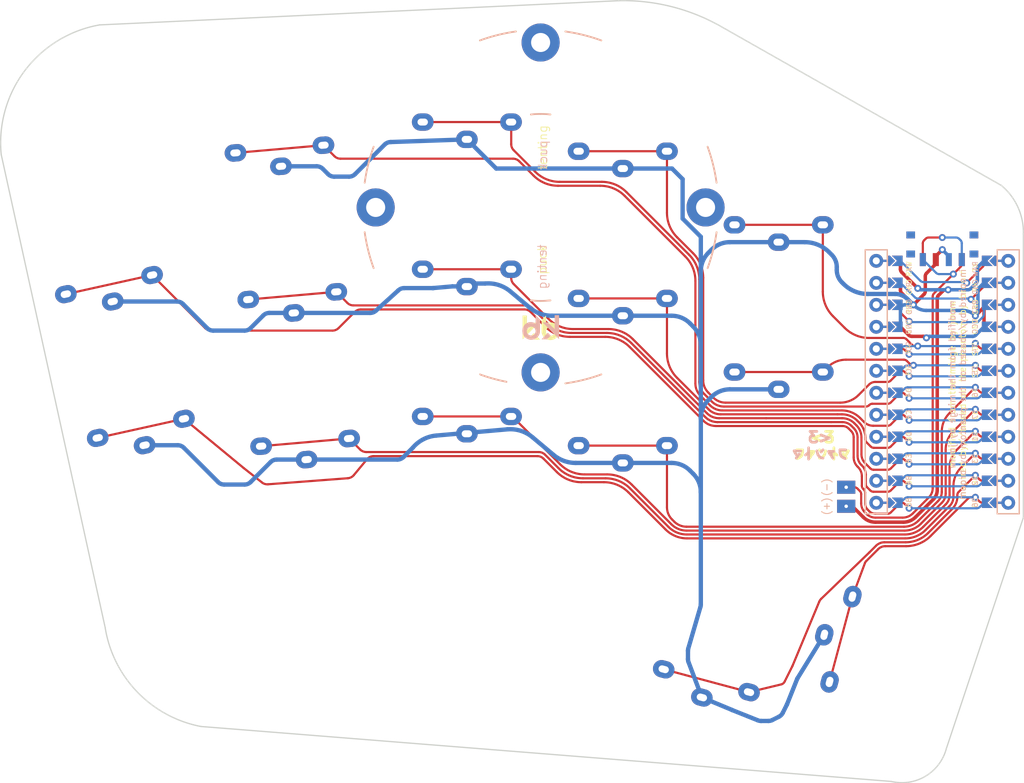
<source format=kicad_pcb>
(kicad_pcb (version 20211014) (generator pcbnew)
  (title_block (title "ファントマ") (date "2022-01-05") (rev "0.1") (company "<3"))
  (layers (0 "F.Cu" signal) (31 "B.Cu" signal) (34 "B.Paste" user) (35 "F.Paste" user) (36 "B.SilkS" user "B.Silkscreen") (37 "F.SilkS" user "F.Silkscreen") (38 "B.Mask" user) (39 "F.Mask" user) (44 "Edge.Cuts" user))
  (net 0 "")
  (net 1 "unconnected-(PSW1-Pad3)")
  (net 2 "switch1")
  (net 3 "switch2")
  (net 4 "switch3")
  (net 5 "switch4")
  (net 6 "switch5")
  (net 7 "switch6")
  (net 8 "switch7")
  (net 9 "switch8")
  (net 10 "switch9")
  (net 11 "switch10")
  (net 12 "switch11")
  (net 13 "switch12")
  (net 14 "switch13")
  (net 15 "switch14")
  (net 16 "switch15")
  (net 17 "unconnected-(U1-Pad22)")
  (net 18 "unconnected-(U1-Pad2)")
  (net 19 "unconnected-(U1-Pad1)")
  (net 20 "GND")
  (net 21 "VCC")
  (net 22 "Net-(BT1-Pad2)")
  (net 23 "raw")
  (net 24 "unconnected-(U1-Pad20)")
  (footprint "bugs:Choc_reversible" (layer "F.Cu") (at 37.060498 63.270605 12.5)
    (fp_text reference "SW1" hide)
    (fp_text value "SW_PUSH" hide)
  )
  (footprint "bugs:Choc_reversible" (layer "F.Cu") (at 57.254777 47.537462 5)
    (fp_text reference "SW2" hide)
    (fp_text value "SW_PUSH" hide)
  )
  (footprint "bugs:Choc_reversible" (layer "F.Cu") (at 79.24 44.405728)
    (fp_text reference "SW3" hide)
    (fp_text value "SW_PUSH" hide)
  )
  (footprint "bugs:Choc_reversible" (layer "F.Cu") (at 97.24901 47.774444)
    (fp_text reference "SW4" hide)
    (fp_text value "SW_PUSH" hide)
  )
  (footprint "bugs:Choc_reversible" (layer "F.Cu") (at 115.249006 56.274447)
    (fp_text reference "SW5" hide)
    (fp_text value "SW_PUSH" hide)
  )
  (footprint "bugs:Choc_reversible" (layer "F.Cu") (at 40.739974 79.867631 12.5)
    (fp_text reference "SW6" hide)
    (fp_text value "SW_PUSH" hide)
  )
  (footprint "bugs:Choc_reversible" (layer "F.Cu") (at 58.736419 64.472778 5)
    (fp_text reference "SW7" hide)
    (fp_text value "SW_PUSH" hide)
  )
  (footprint "bugs:Choc_reversible" (layer "F.Cu") (at 79.24 61.405728)
    (fp_text reference "SW8" hide)
    (fp_text value "SW_PUSH" hide)
  )
  (footprint "bugs:Choc_reversible" (layer "F.Cu") (at 97.24901 64.774441)
    (fp_text reference "SW9" hide)
    (fp_text value "SW_PUSH" hide)
  )
  (footprint "bugs:Choc_reversible" (layer "F.Cu") (at 115.24901 73.274446)
    (fp_text reference "SW10" hide)
    (fp_text value "SW_PUSH" hide)
  )
  (footprint "bugs:Choc_reversible" (layer "F.Cu") (at 60.218067 81.408086 5)
    (fp_text reference "SW11" hide)
    (fp_text value "SW_PUSH" hide)
  )
  (footprint "bugs:Choc_reversible" (layer "F.Cu") (at 79.24 78.405739)
    (fp_text reference "SW12" hide)
    (fp_text value "SW_PUSH" hide)
  )
  (footprint "bugs:Choc_reversible" (layer "F.Cu") (at 97.24901 81.774443)
    (fp_text reference "SW13" hide)
    (fp_text value "SW_PUSH" hide)
  )
  (footprint "bugs:Choc_reversible" (layer "F.Cu") (at 107.907278 109.05673 -15)
    (fp_text reference "SW14" hide)
    (fp_text value "SW_PUSH" hide)
  )
  (footprint "bugs:Choc_reversible" (layer "F.Cu") (at 126.213408 109.047668 -105)
    (fp_text reference "SW15" hide)
    (fp_text value "SW_PUSH" hide)
  )
  (footprint "bugs:Battery_pads_reversible" (layer "F.Cu") (at 123.046965 91.579741 90)
    (fp_text reference "BT1" hide)
    (fp_text value "Battery_Cell" hide)
  )
  (footprint "bugs:ProMicro_jumpers" (layer "F.Cu") (at 134.139009 78.304446)
    (fp_text reference "U1" hide)
    (fp_text value "ProMicro")
  )
  (footprint "bugs:Power_reversible" (layer "F.Cu") (at 134.147486 62.441256 180)
    (fp_text reference "PSW1" hide)
    (fp_text value "SW_SPDT")
  )
  (footprint "kbd:Tenting_Puck2" (layer "B.Cu") (at 87.757 58.166 180)
    (fp_text reference "REF**")
    (fp_text value "Tenting Puck")
  )
  (gr_line (start 143.51 61.214) (end 143.51 93.98) (layer "Edge.Cuts") (width 0.15))
  (gr_arc (start 48.514 118.11) (mid 41.185937 114.138444) (end 37.465 106.68) (layer "Edge.Cuts") (width 0.15))
  (gr_arc (start 25.4635 52.07) (mid 28.20379 42.34484) (end 36.83 37.084) (layer "Edge.Cuts") (width 0.15))
  (gr_arc (start 140.97 55.626) (mid 142.878079 58.129964) (end 143.51 61.214) (layer "Edge.Cuts") (width 0.15))
  (gr_line (start 96.774 34.29) (end 36.83 37.084) (layer "Edge.Cuts") (width 0.15))
  (gr_line (start 128.27 124.46) (end 48.514 118.11) (layer "Edge.Cuts") (width 0.15))
  (gr_line (start 143.51 93.98) (end 134.62 120.65) (layer "Edge.Cuts") (width 0.15))
  (gr_line (start 140.97 55.626) (end 108.712 37.338) (layer "Edge.Cuts") (width 0.15))
  (gr_arc (start 96.774 34.29) (mid 102.952435 34.993713) (end 108.712 37.338) (layer "Edge.Cuts") (width 0.15))
  (gr_line (start 37.465 106.68) (end 25.4635 52.07) (layer "Edge.Cuts") (width 0.15))
  (gr_arc (start 134.62 120.65) (mid 132.219115 123.845192) (end 128.27 124.46) (layer "Edge.Cuts") (width 0.15))
  (gr_text "<3\nファントマ" (at 120.015 85.725) (layer "B.SilkS") (effects (font (size 1.25 1.25) (thickness 0.3125)) (justify mirror)))
  (gr_text "modified from the midge by jmnw\ninspired by//based on the phantom by broom" (at 135.89 78.613 90) (layer "B.SilkS") (effects (font (size 0.75 0.75) (thickness 0.1)) (justify mirror)))
  (gr_text "  <3\nファントマ" (at 116.84 85.725) (layer "F.SilkS") (effects (font (size 1.25 1.25) (thickness 0.3125)) (justify left)))
  (gr_text "modified from the midge by jmnw\ninspired by//based on the phantom by broom" (at 135.89 78.613 90) (layer "F.SilkS") (effects (font (size 0.75 0.75) (thickness 0.1))))
  (segment (start 131.897489 62.318221) (end 131.897489 64.191257) (width 0.25) (layer "F.Cu") (net 1))
  (segment (start 132.220901 61.787703) (end 132.043936 61.964667) (width 0.25) (layer "F.Cu") (net 1))
  (segment (start 134.147489 61.641258) (end 132.574454 61.641257) (width 0.25) (layer "F.Cu") (net 1))
  (via (at 134.147489 61.641258) (size 0.8) (drill 0.4) (layers "F.Cu" "B.Cu") (net 1))
  (arc (start 131.897489 62.318221) (mid 131.935549 62.126879) (end 132.043936 61.964667) (width 0.25) (layer "F.Cu") (net 1))
  (arc (start 132.574454 61.641257) (mid 132.383113 61.679317) (end 132.220901 61.787703) (width 0.25) (layer "F.Cu") (net 1))
  (segment (start 136.397488 62.30539) (end 136.397491 64.191258) (width 0.25) (layer "B.Cu") (net 1))
  (segment (start 136.086912 61.787707) (end 136.251043 61.95184) (width 0.25) (layer "B.Cu") (net 1))
  (segment (start 134.147489 61.641258) (end 135.733356 61.641258) (width 0.25) (layer "B.Cu") (net 1))
  (arc (start 136.397488 62.30539) (mid 136.359428 62.11405) (end 136.251043 61.95184) (width 0.25) (layer "B.Cu") (net 1))
  (arc (start 136.086912 61.787707) (mid 135.924699 61.679319) (end 135.733356 61.641258) (width 0.25) (layer "B.Cu") (net 1))
  (segment (start 49.006512 72.097107) (end 42.883722 65.974317) (width 0.25) (layer "F.Cu") (net 2))
  (segment (start 124.86048 89.223236) (end 124.86048 90.309091) (width 0.25) (layer "F.Cu") (net 2))
  (segment (start 129.824454 92.420891) (end 130.313005 92.909447) (width 0.25) (layer "F.Cu") (net 2))
  (segment (start 123.328133 83.701005) (end 123.618547 83.991419) (width 0.25) (layer "F.Cu") (net 2))
  (segment (start 98.044504 74.282276) (end 106.584555 82.822325) (width 0.25) (layer "F.Cu") (net 2))
  (segment (start 86.604153 70.241176) (end 88.302112 71.93913) (width 0.25) (layer "F.Cu") (net 2))
  (segment (start 129.313004 92.274443) (end 129.470899 92.274443) (width 0.25) (layer "F.Cu") (net 2))
  (segment (start 66.283823 70.241177) (end 64.427893 72.097107) (width 0.25) (layer "F.Cu") (net 2))
  (segment (start 126.414214 93.54) (end 127.840348 93.54) (width 0.25) (layer "F.Cu") (net 2))
  (segment (start 125.23 91.092825) (end 125.23 92.355786) (width 0.25) (layer "F.Cu") (net 2))
  (segment (start 63.720786 72.39) (end 49.713619 72.39) (width 0.25) (layer "F.Cu") (net 2))
  (segment (start 42.883722 65.974317) (end 32.925503 68.182001) (width 0.25) (layer "F.Cu") (net 2))
  (segment (start 85.897047 69.948284) (end 66.99093 69.948284) (width 0.25) (layer "F.Cu") (net 2))
  (segment (start 128.193902 93.393553) (end 129.313009 92.274446) (width 0.25) (layer "F.Cu") (net 2))
  (segment (start 125.006927 90.662645) (end 125.083554 90.739272) (width 0.25) (layer "F.Cu") (net 2))
  (segment (start 123.91144 84.698526) (end 123.91144 87.031556) (width 0.25) (layer "F.Cu") (net 2))
  (segment (start 125.522893 93.062893) (end 125.707107 93.247107) (width 0.25) (layer "F.Cu") (net 2))
  (segment (start 107.998768 83.408112) (end 122.621026 83.408112) (width 0.25) (layer "F.Cu") (net 2))
  (segment (start 91.130532 73.110701) (end 95.216077 73.110701) (width 0.25) (layer "F.Cu") (net 2))
  (segment (start 124.35078 88.092216) (end 124.42114 88.162576) (width 0.25) (layer "F.Cu") (net 2))
  (via (at 130.313005 92.909447) (size 0.8) (drill 0.4) (layers "F.Cu" "B.Cu") (net 2))
  (arc (start 95.216077 73.110701) (mid 96.74681 73.415183) (end 98.044504 74.282276) (width 0.25) (layer "F.Cu") (net 2))
  (arc (start 124.86048 90.309091) (mid 124.89854 90.500433) (end 125.006927 90.662645) (width 0.25) (layer "F.Cu") (net 2))
  (arc (start 125.23 91.092825) (mid 125.19194 90.901484) (end 125.083554 90.739272) (width 0.25) (layer "F.Cu") (net 2))
  (arc (start 123.618547 83.991419) (mid 123.83532 84.315842) (end 123.91144 84.698526) (width 0.25) (layer "F.Cu") (net 2))
  (arc (start 125.23 92.355786) (mid 125.30612 92.738469) (end 125.522893 93.062893) (width 0.25) (layer "F.Cu") (net 2))
  (arc (start 124.86048 89.223236) (mid 124.746299 88.649211) (end 124.42114 88.162576) (width 0.25) (layer "F.Cu") (net 2))
  (arc (start 88.302112 71.93913) (mid 89.599806 72.806218) (end 91.130532 73.110701) (width 0.25) (layer "F.Cu") (net 2))
  (arc (start 128.193902 93.393553) (mid 128.03169 93.50194) (end 127.840348 93.54) (width 0.25) (layer "F.Cu") (net 2))
  (arc (start 123.91144 87.031556) (mid 124.025621 87.605581) (end 124.35078 88.092216) (width 0.25) (layer "F.Cu") (net 2))
  (arc (start 125.707107 93.247107) (mid 126.03153 93.46388) (end 126.414214 93.54) (width 0.25) (layer "F.Cu") (net 2))
  (arc (start 123.328133 83.701005) (mid 123.00371 83.484232) (end 122.621026 83.408112) (width 0.25) (layer "F.Cu") (net 2))
  (arc (start 64.427893 72.097107) (mid 64.10347 72.31388) (end 63.720786 72.39) (width 0.25) (layer "F.Cu") (net 2))
  (arc (start 66.283823 70.241177) (mid 66.608246 70.024404) (end 66.99093 69.948284) (width 0.25) (layer "F.Cu") (net 2))
  (arc (start 49.006512 72.097107) (mid 49.330935 72.31388) (end 49.713619 72.39) (width 0.25) (layer "F.Cu") (net 2))
  (arc (start 106.584555 82.822325) (mid 107.233401 83.255871) (end 107.998768 83.408112) (width 0.25) (layer "F.Cu") (net 2))
  (arc (start 86.604153 70.241176) (mid 86.27973 70.024404) (end 85.897047 69.948284) (width 0.25) (layer "F.Cu") (net 2))
  (arc (start 129.824454 92.420891) (mid 129.662242 92.312503) (end 129.470899 92.274443) (width 0.25) (layer "F.Cu") (net 2))
  (segment (start 130.313005 92.909447) (end 138.122898 92.909446) (width 0.25) (layer "B.Cu") (net 2))
  (segment (start 138.476451 92.763) (end 138.965006 92.274446) (width 0.25) (layer "B.Cu") (net 2))
  (arc (start 138.122898 92.909446) (mid 138.314239 92.871386) (end 138.476451 92.763) (width 0.25) (layer "B.Cu") (net 2))
  (segment (start 129.313008 82.114446) (end 129.470904 82.114446) (width 0.25) (layer "F.Cu") (net 3))
  (segment (start 129.824459 82.260893) (end 130.313007 82.749441) (width 0.25) (layer "F.Cu") (net 3))
  (segment (start 121.497752 81.610032) (end 122.537391 81.610032) (width 0.25) (layer "F.Cu") (net 3))
  (segment (start 89.770399 55.661182) (end 94.640441 55.661183) (width 0.25) (layer "F.Cu") (net 3))
  (segment (start 106.217752 79.912654) (end 107.329345 81.024246) (width 0.25) (layer "F.Cu") (net 3))
  (segment (start 97.468866 56.832755) (end 104.460392 63.824282) (width 0.25) (layer "F.Cu") (net 3))
  (segment (start 84.574252 52.536104) (end 64.647468 52.536104) (width 0.25) (layer "F.Cu") (net 3))
  (segment (start 105.631965 66.652709) (end 105.631965 78.49844) (width 0.25) (layer "F.Cu") (net 3))
  (segment (start 63.940361 52.243211) (end 62.675277 50.978127) (width 0.25) (layer "F.Cu") (net 3))
  (segment (start 125.11066 82.94066) (end 124.658711 82.488711) (width 0.25) (layer "F.Cu") (net 3))
  (segment (start 108.743558 81.610033) (end 121.497752 81.610032) (width 0.25) (layer "F.Cu") (net 3))
  (segment (start 127.840348 83.38) (end 126.17132 83.38) (width 0.25) (layer "F.Cu") (net 3))
  (segment (start 129.313009 82.114446) (end 128.193901 83.233554) (width 0.25) (layer "F.Cu") (net 3))
  (segment (start 62.675277 50.978127) (end 52.514091 51.867116) (width 0.25) (layer "F.Cu") (net 3))
  (segment (start 85.28136 52.828999) (end 86.941965 54.489609) (width 0.25) (layer "F.Cu") (net 3))
  (via (at 130.313007 82.749441) (size 0.8) (drill 0.4) (layers "F.Cu" "B.Cu") (net 3))
  (arc (start 86.941965 54.489609) (mid 88.239659 55.356702) (end 89.770399 55.661182) (width 0.25) (layer "F.Cu") (net 3))
  (arc (start 94.640441 55.661183) (mid 96.171174 55.965664) (end 97.468866 56.832755) (width 0.25) (layer "F.Cu") (net 3))
  (arc (start 85.28136 52.828999) (mid 84.956936 52.612225) (end 84.574252 52.536104) (width 0.25) (layer "F.Cu") (net 3))
  (arc (start 107.329345 81.024246) (mid 107.978191 81.457792) (end 108.743558 81.610033) (width 0.25) (layer "F.Cu") (net 3))
  (arc (start 129.470904 82.114446) (mid 129.662247 82.152506) (end 129.824459 82.260893) (width 0.25) (layer "F.Cu") (net 3))
  (arc (start 126.17132 83.38) (mid 125.597295 83.265819) (end 125.11066 82.94066) (width 0.25) (layer "F.Cu") (net 3))
  (arc (start 127.840348 83.38) (mid 128.031689 83.34194) (end 128.193901 83.233554) (width 0.25) (layer "F.Cu") (net 3))
  (arc (start 104.460392 63.824282) (mid 105.327483 65.121974) (end 105.631965 66.652709) (width 0.25) (layer "F.Cu") (net 3))
  (arc (start 124.658711 82.488711) (mid 123.685441 81.838393) (end 122.537391 81.610032) (width 0.25) (layer "F.Cu") (net 3))
  (arc (start 105.631965 78.49844) (mid 105.784206 79.263806) (end 106.217752 79.912654) (width 0.25) (layer "F.Cu") (net 3))
  (arc (start 63.940361 52.243211) (mid 64.264784 52.459984) (end 64.647468 52.536104) (width 0.25) (layer "F.Cu") (net 3))
  (segment (start 138.476456 82.602997) (end 138.965008 82.114444) (width 0.25) (layer "B.Cu") (net 3))
  (segment (start 130.313007 82.749441) (end 138.122902 82.749444) (width 0.25) (layer "B.Cu") (net 3))
  (arc (start 138.476456 82.602997) (mid 138.314244 82.711384) (end 138.122902 82.749444) (width 0.25) (layer "B.Cu") (net 3))
  (segment (start 129.824454 79.720891) (end 130.313007 80.209443) (width 0.25) (layer "F.Cu") (net 4))
  (segment (start 97.655064 56.383236) (end 104.909912 63.638085) (width 0.25) (layer "F.Cu") (net 4))
  (segment (start 125.685935 81.014065) (end 125.713554 80.986446) (width 0.25) (layer "F.Cu") (net 4))
  (segment (start 89.95659 55.211664) (end 94.826637 55.21166) (width 0.25) (layer "F.Cu") (net 4))
  (segment (start 128.193902 80.693553) (end 129.313009 79.574446) (width 0.25) (layer "F.Cu") (net 4))
  (segment (start 108.929755 81.160512) (end 125.332381 81.160512) (width 0.25) (layer "F.Cu") (net 4))
  (segment (start 84.36031 50.858018) (end 84.36031 48.305728) (width 0.25) (layer "F.Cu") (net 4))
  (segment (start 106.667273 79.726455) (end 107.515542 80.574727) (width 0.25) (layer "F.Cu") (net 4))
  (segment (start 97.655065 56.383235) (end 97.655064 56.383236) (width 0.25) (layer "F.Cu") (net 4))
  (segment (start 126.067107 80.84) (end 127.840348 80.84) (width 0.25) (layer "F.Cu") (net 4))
  (segment (start 84.36031 48.305728) (end 74.16031 48.305728) (width 0.25) (layer "F.Cu") (net 4))
  (segment (start 87.128165 54.040087) (end 84.653203 51.565125) (width 0.25) (layer "F.Cu") (net 4))
  (segment (start 129.313006 79.574444) (end 129.470902 79.574444) (width 0.25) (layer "F.Cu") (net 4))
  (segment (start 106.081485 66.466513) (end 106.081485 78.312242) (width 0.25) (layer "F.Cu") (net 4))
  (via (at 130.313007 80.209443) (size 0.8) (drill 0.4) (layers "F.Cu" "B.Cu") (net 4))
  (arc (start 129.470902 79.574444) (mid 129.662243 79.612504) (end 129.824454 79.720891) (width 0.25) (layer "F.Cu") (net 4))
  (arc (start 107.515542 80.574727) (mid 108.164388 81.008271) (end 108.929755 81.160512) (width 0.25) (layer "F.Cu") (net 4))
  (arc (start 128.193902 80.693553) (mid 128.03169 80.80194) (end 127.840348 80.84) (width 0.25) (layer "F.Cu") (net 4))
  (arc (start 125.685935 81.014065) (mid 125.523723 81.122452) (end 125.332381 81.160512) (width 0.25) (layer "F.Cu") (net 4))
  (arc (start 87.128165 54.040087) (mid 88.425858 54.90718) (end 89.95659 55.211664) (width 0.25) (layer "F.Cu") (net 4))
  (arc (start 106.081485 78.312242) (mid 106.233726 79.077609) (end 106.667273 79.726455) (width 0.25) (layer "F.Cu") (net 4))
  (arc (start 104.909912 63.638085) (mid 105.777003 64.935777) (end 106.081485 66.466513) (width 0.25) (layer "F.Cu") (net 4))
  (arc (start 94.826637 55.21166) (mid 96.357369 55.516147) (end 97.655065 56.383235) (width 0.25) (layer "F.Cu") (net 4))
  (arc (start 125.713554 80.986446) (mid 125.875766 80.87806) (end 126.067107 80.84) (width 0.25) (layer "F.Cu") (net 4))
  (arc (start 84.653203 51.565125) (mid 84.43643 51.240702) (end 84.36031 50.858018) (width 0.25) (layer "F.Cu") (net 4))
  (segment (start 138.476455 80.062999) (end 138.965007 79.574444) (width 0.25) (layer "B.Cu") (net 4))
  (segment (start 130.313007 80.209443) (end 138.1229 80.209447) (width 0.25) (layer "B.Cu") (net 4))
  (arc (start 138.1229 80.209447) (mid 138.314243 80.171386) (end 138.476455 80.062999) (width 0.25) (layer "B.Cu") (net 4))
  (segment (start 129.313008 77.034445) (end 129.4709 77.034445) (width 0.25) (layer "F.Cu") (net 5))
  (segment (start 126.404214 78.32) (end 127.820348 78.32) (width 0.25) (layer "F.Cu") (net 5))
  (segment (start 129.824456 77.180893) (end 130.313006 77.669446) (width 0.25) (layer "F.Cu") (net 5))
  (segment (start 106.531005 66.280314) (end 106.531005 78.126045) (width 0.25) (layer "F.Cu") (net 5))
  (segment (start 109.115953 80.710991) (end 122.356367 80.710992) (width 0.25) (layer "F.Cu") (net 5))
  (segment (start 102.349006 51.674444) (end 102.349005 58.784604) (width 0.25) (layer "F.Cu") (net 5))
  (segment (start 128.173902 78.173553) (end 129.313009 77.034446) (width 0.25) (layer "F.Cu") (net 5))
  (segment (start 107.116792 79.540259) (end 107.701739 80.125206) (width 0.25) (layer "F.Cu") (net 5))
  (segment (start 124.477688 79.832312) (end 125.697107 78.612893) (width 0.25) (layer "F.Cu") (net 5))
  (segment (start 92.149003 51.674443) (end 102.349007 51.674446) (width 0.25) (layer "F.Cu") (net 5))
  (segment (start 103.520579 61.613034) (end 105.359433 63.451888) (width 0.25) (layer "F.Cu") (net 5))
  (segment (start 103.520579 61.61303) (end 103.520579 61.613034) (width 0.25) (layer "F.Cu") (net 5))
  (via (at 130.313006 77.669446) (size 0.8) (drill 0.4) (layers "F.Cu" "B.Cu") (net 5))
  (arc (start 128.173902 78.173553) (mid 128.01169 78.28194) (end 127.820348 78.32) (width 0.25) (layer "F.Cu") (net 5))
  (arc (start 122.356367 80.710992) (mid 123.504418 80.48263) (end 124.477688 79.832312) (width 0.25) (layer "F.Cu") (net 5))
  (arc (start 129.4709 77.034445) (mid 129.662243 77.072505) (end 129.824456 77.180893) (width 0.25) (layer "F.Cu") (net 5))
  (arc (start 107.701739 80.125206) (mid 108.350585 80.558751) (end 109.115953 80.710991) (width 0.25) (layer "F.Cu") (net 5))
  (arc (start 105.359433 63.451888) (mid 106.226524 64.749581) (end 106.531005 66.280314) (width 0.25) (layer "F.Cu") (net 5))
  (arc (start 106.531005 78.126045) (mid 106.683246 78.891412) (end 107.116792 79.540259) (width 0.25) (layer "F.Cu") (net 5))
  (arc (start 102.349005 58.784604) (mid 102.653486 60.315338) (end 103.520579 61.61303) (width 0.25) (layer "F.Cu") (net 5))
  (arc (start 125.697107 78.612893) (mid 126.02153 78.39612) (end 126.404214 78.32) (width 0.25) (layer "F.Cu") (net 5))
  (segment (start 130.313006 77.669446) (end 138.122899 77.669446) (width 0.25) (layer "B.Cu") (net 5))
  (segment (start 138.476453 77.522999) (end 138.965008 77.034444) (width 0.25) (layer "B.Cu") (net 5))
  (arc (start 138.122899 77.669446) (mid 138.314241 77.631386) (end 138.476453 77.522999) (width 0.25) (layer "B.Cu") (net 5))
  (segment (start 125.696854 73.24) (end 129.649672 73.24) (width 0.25) (layer "F.Cu") (net 6))
  (segment (start 121.520579 70.720579) (end 122.868427 72.068427) (width 0.25) (layer "F.Cu") (net 6))
  (segment (start 130.003226 73.386447) (end 130.647279 74.0305) (width 0.25) (layer "F.Cu") (net 6))
  (segment (start 120.349006 60.174447) (end 120.349006 67.892152) (width 0.25) (layer "F.Cu") (net 6))
  (segment (start 138.453559 74.347997) (end 137.965009 73.859446) (width 0.25) (layer "F.Cu") (net 6))
  (segment (start 138.965009 74.494444) (end 138.807113 74.494444) (width 0.25) (layer "F.Cu") (net 6))
  (segment (start 110.149006 60.174447) (end 120.349009 60.174449) (width 0.25) (layer "F.Cu") (net 6))
  (segment (start 131.000832 74.176946) (end 131.313009 74.176946) (width 0.25) (layer "F.Cu") (net 6))
  (via (at 137.965009 73.859446) (size 0.8) (drill 0.4) (layers "F.Cu" "B.Cu") (net 6))
  (via (at 131.313009 74.176946) (size 0.8) (drill 0.4) (layers "F.Cu" "B.Cu") (net 6))
  (arc (start 121.520579 70.720579) (mid 120.653488 69.422886) (end 120.349006 67.892152) (width 0.25) (layer "F.Cu") (net 6))
  (arc (start 131.000832 74.176946) (mid 130.809491 74.138886) (end 130.647279 74.0305) (width 0.25) (layer "F.Cu") (net 6))
  (arc (start 122.868427 72.068427) (mid 124.16612 72.935518) (end 125.696854 73.24) (width 0.25) (layer "F.Cu") (net 6))
  (arc (start 130.003226 73.386447) (mid 129.841014 73.27806) (end 129.649672 73.24) (width 0.25) (layer "F.Cu") (net 6))
  (arc (start 138.807113 74.494444) (mid 138.615771 74.456384) (end 138.453559 74.347997) (width 0.25) (layer "F.Cu") (net 6))
  (segment (start 129.313009 74.494446) (end 129.484063 74.323392) (width 0.25) (layer "B.Cu") (net 6))
  (segment (start 137.793956 74.030499) (end 137.965009 73.859446) (width 0.25) (layer "B.Cu") (net 6))
  (segment (start 131.313009 74.176946) (end 137.440402 74.176946) (width 0.25) (layer "B.Cu") (net 6))
  (segment (start 129.837616 74.176946) (end 131.313009 74.176946) (width 0.25) (layer "B.Cu") (net 6))
  (arc (start 137.440402 74.176946) (mid 137.631744 74.138886) (end 137.793956 74.030499) (width 0.25) (layer "B.Cu") (net 6))
  (arc (start 129.837616 74.176946) (mid 129.646275 74.215006) (end 129.484063 74.323392) (width 0.25) (layer "B.Cu") (net 6))
  (segment (start 136.3138 88.210651) (end 137.965007 86.559444) (width 0.25) (layer "F.Cu") (net 7))
  (segment (start 67.762522 87.177478) (end 66.183887 89.08131) (width 0.25) (layer "F.Cu") (net 7))
  (segment (start 88.086788 87.177478) (end 89.63574 88.72643) (width 0.25) (layer "F.Cu") (net 7))
  (segment (start 46.563198 82.571343) (end 36.604979 84.779027) (width 0.25) (layer "F.Cu") (net 7))
  (segment (start 138.453561 87.048) (end 137.965007 86.559444) (width 0.25) (layer "F.Cu") (net 7))
  (segment (start 87.379681 86.884585) (end 68.469629 86.884585) (width 0.25) (layer "F.Cu") (net 7))
  (segment (start 104.66647 96.38712) (end 129.871335 96.38712) (width 0.25) (layer "F.Cu") (net 7))
  (segment (start 53.458768 88.258211) (end 46.563198 82.571343) (width 0.25) (layer "F.Cu") (net 7))
  (segment (start 132.226001 95.411785) (end 134.99578 92.642005) (width 0.25) (layer "F.Cu") (net 7))
  (segment (start 138.965008 87.194447) (end 138.807114 87.194447) (width 0.25) (layer "F.Cu") (net 7))
  (segment (start 135.43512 91.581345) (end 135.43512 90.331972) (width 0.25) (layer "F.Cu") (net 7))
  (segment (start 55.573724 89.928203) (end 53.475375 88.271612) (width 0.25) (layer "F.Cu") (net 7))
  (segment (start 65.48983 89.440139) (end 56.269099 90.140448) (width 0.25) (layer "F.Cu") (net 7))
  (segment (start 97.899177 91.069575) (end 102.191597 95.361994) (width 0.25) (layer "F.Cu") (net 7))
  (segment (start 92.464167 89.898003) (end 95.07075 89.898003) (width 0.25) (layer "F.Cu") (net 7))
  (via (at 137.965007 86.559444) (size 0.8) (drill 0.4) (layers "F.Cu" "B.Cu") (net 7))
  (arc (start 87.379681 86.884585) (mid 87.762364 86.960705) (end 88.086788 87.177478) (width 0.25) (layer "F.Cu") (net 7))
  (arc (start 95.07075 89.898003) (mid 96.601483 90.202485) (end 97.899177 91.069575) (width 0.25) (layer "F.Cu") (net 7))
  (arc (start 65.48983 89.440139) (mid 65.873354 89.331315) (end 66.183887 89.08131) (width 0.25) (layer "F.Cu") (net 7))
  (arc (start 67.762522 87.177478) (mid 68.086945 86.960705) (end 68.469629 86.884585) (width 0.25) (layer "F.Cu") (net 7))
  (arc (start 136.3138 88.210651) (mid 135.663481 89.183921) (end 135.43512 90.331972) (width 0.25) (layer "F.Cu") (net 7))
  (arc (start 129.871335 96.38712) (mid 131.145671 96.133639) (end 132.226001 95.411785) (width 0.25) (layer "F.Cu") (net 7))
  (arc (start 102.191597 95.361994) (mid 103.327078 96.120698) (end 104.66647 96.38712) (width 0.25) (layer "F.Cu") (net 7))
  (arc (start 138.807114 87.194447) (mid 138.615772 87.156386) (end 138.453561 87.048) (width 0.25) (layer "F.Cu") (net 7))
  (arc (start 56.269099 90.140448) (mid 55.901439 90.09976) (end 55.573724 89.928203) (width 0.25) (layer "F.Cu") (net 7))
  (arc (start 53.475375 88.271612) (mid 53.467036 88.264956) (end 53.458768 88.258211) (width 0.25) (layer "F.Cu") (net 7))
  (arc (start 134.99578 92.642005) (mid 135.320939 92.15537) (end 135.43512 91.581345) (width 0.25) (layer "F.Cu") (net 7))
  (arc (start 89.63574 88.72643) (mid 90.933433 89.593521) (end 92.464167 89.898003) (width 0.25) (layer "F.Cu") (net 7))
  (segment (start 129.80156 86.705891) (end 129.313007 87.194443) (width 0.25) (layer "B.Cu") (net 7))
  (segment (start 137.965007 86.559444) (end 130.155113 86.559445) (width 0.25) (layer "B.Cu") (net 7))
  (arc (start 129.80156 86.705891) (mid 129.963772 86.597505) (end 130.155113 86.559445) (width 0.25) (layer "B.Cu") (net 7))
  (segment (start 98.230698 73.832754) (end 106.770749 82.372806) (width 0.25) (layer "F.Cu") (net 8))
  (segment (start 124.8003 87.906018) (end 124.87066 87.976378) (width 0.25) (layer "F.Cu") (net 8))
  (segment (start 125.456447 90.476447) (end 125.833554 90.853554) (width 0.25) (layer "F.Cu") (net 8))
  (segment (start 124.36096 84.719434) (end 124.36096 86.845358) (width 0.25) (layer "F.Cu") (net 8))
  (segment (start 86.064121 69.479636) (end 66.137326 69.479636) (width 0.25) (layer "F.Cu") (net 8))
  (segment (start 126.187107 91) (end 127.840348 91) (width 0.25) (layer "F.Cu") (net 8))
  (segment (start 125.31 89.037038) (end 125.31 90.122893) (width 0.25) (layer "F.Cu") (net 8))
  (segment (start 91.316735 72.661181) (end 95.402271 72.661182) (width 0.25) (layer "F.Cu") (net 8))
  (segment (start 121.312528 82.958593) (end 122.600119 82.958593) (width 0.25) (layer "F.Cu") (net 8))
  (segment (start 108.184964 82.958593) (end 108.184962 82.958591) (width 0.25) (layer "F.Cu") (net 8))
  (segment (start 65.430219 69.186743) (end 64.156919 67.913443) (width 0.25) (layer "F.Cu") (net 8))
  (segment (start 129.313009 89.734443) (end 129.470902 89.734443) (width 0.25) (layer "F.Cu") (net 8))
  (segment (start 123.660779 83.397933) (end 123.92162 83.658774) (width 0.25) (layer "F.Cu") (net 8))
  (segment (start 121.312528 82.958593) (end 108.184964 82.958593) (width 0.25) (layer "F.Cu") (net 8))
  (segment (start 86.771228 69.77253) (end 88.488306 71.489611) (width 0.25) (layer "F.Cu") (net 8))
  (segment (start 128.193902 90.853553) (end 129.313009 89.734446) (width 0.25) (layer "F.Cu") (net 8))
  (segment (start 129.824455 89.88089) (end 130.313008 90.369445) (width 0.25) (layer "F.Cu") (net 8))
  (segment (start 64.156919 67.913443) (end 53.995733 68.802432) (width 0.25) (layer "F.Cu") (net 8))
  (via (at 130.313008 90.369445) (size 0.8) (drill 0.4) (layers "F.Cu" "B.Cu") (net 8))
  (arc (start 129.470902 89.734443) (mid 129.662244 89.772504) (end 129.824455 89.88089) (width 0.25) (layer "F.Cu") (net 8))
  (arc (start 106.770749 82.372806) (mid 107.419595 82.80635) (end 108.184962 82.958591) (width 0.25) (layer "F.Cu") (net 8))
  (arc (start 124.8003 87.906018) (mid 124.475141 87.419383) (end 124.36096 86.845358) (width 0.25) (layer "F.Cu") (net 8))
  (arc (start 86.064121 69.479636) (mid 86.446805 69.555757) (end 86.771228 69.77253) (width 0.25) (layer "F.Cu") (net 8))
  (arc (start 95.402271 72.661182) (mid 96.933004 72.965661) (end 98.230698 73.832754) (width 0.25) (layer "F.Cu") (net 8))
  (arc (start 125.31 90.122893) (mid 125.34806 90.314235) (end 125.456447 90.476447) (width 0.25) (layer "F.Cu") (net 8))
  (arc (start 128.193902 90.853553) (mid 128.03169 90.96194) (end 127.840348 91) (width 0.25) (layer "F.Cu") (net 8))
  (arc (start 125.31 89.037038) (mid 125.195819 88.463013) (end 124.87066 87.976378) (width 0.25) (layer "F.Cu") (net 8))
  (arc (start 126.187107 91) (mid 125.995766 90.96194) (end 125.833554 90.853554) (width 0.25) (layer "F.Cu") (net 8))
  (arc (start 124.36096 84.719434) (mid 124.246779 84.145409) (end 123.92162 83.658774) (width 0.25) (layer "F.Cu") (net 8))
  (arc (start 88.488306 71.489611) (mid 89.786001 72.356702) (end 91.316735 72.661181) (width 0.25) (layer "F.Cu") (net 8))
  (arc (start 122.600119 82.958593) (mid 123.174144 83.072774) (end 123.660779 83.397933) (width 0.25) (layer "F.Cu") (net 8))
  (arc (start 65.430219 69.186743) (mid 65.754642 69.403516) (end 66.137326 69.479636) (width 0.25) (layer "F.Cu") (net 8))
  (segment (start 130.313008 90.369445) (end 138.122901 90.369448) (width 0.25) (layer "B.Cu") (net 8))
  (segment (start 138.476456 90.223) (end 138.965009 89.734442) (width 0.25) (layer "B.Cu") (net 8))
  (arc (start 138.122901 90.369448) (mid 138.314244 90.331387) (end 138.476456 90.223) (width 0.25) (layer "B.Cu") (net 8))
  (segment (start 98.416906 73.383238) (end 106.956954 81.923285) (width 0.25) (layer "F.Cu") (net 9))
  (segment (start 84.360306 66.311683) (end 84.360306 65.305728) (width 0.25) (layer "F.Cu") (net 9))
  (segment (start 129.313007 87.194443) (end 129.470902 87.194443) (width 0.25) (layer "F.Cu") (net 9))
  (segment (start 123.993422 83.094858) (end 124.224694 83.32613) (width 0.25) (layer "F.Cu") (net 9))
  (segment (start 128.193902 88.313553) (end 129.313009 87.194446) (width 0.25) (layer "F.Cu") (net 9))
  (segment (start 129.824454 87.34089) (end 130.313007 87.829443) (width 0.25) (layer "F.Cu") (net 9))
  (segment (start 88.6745 71.040091) (end 84.653199 67.01879) (width 0.25) (layer "F.Cu") (net 9))
  (segment (start 84.360306 65.305728) (end 74.160306 65.305728) (width 0.25) (layer "F.Cu") (net 9))
  (segment (start 126.197107 88.46) (end 127.840348 88.46) (width 0.25) (layer "F.Cu") (net 9))
  (segment (start 113.800929 82.509071) (end 122.579208 82.509071) (width 0.25) (layer "F.Cu") (net 9))
  (segment (start 108.371167 82.509072) (end 113.800929 82.509071) (width 0.25) (layer "F.Cu") (net 9))
  (segment (start 91.502926 72.211666) (end 95.588481 72.211668) (width 0.25) (layer "F.Cu") (net 9))
  (segment (start 125.24982 87.71982) (end 125.843554 88.313554) (width 0.25) (layer "F.Cu") (net 9))
  (segment (start 124.81048 84.740343) (end 124.81048 86.65916) (width 0.25) (layer "F.Cu") (net 9))
  (via (at 130.313007 87.829443) (size 0.8) (drill 0.4) (layers "F.Cu" "B.Cu") (net 9))
  (arc (start 123.993422 83.094858) (mid 123.344575 82.661312) (end 122.579208 82.509071) (width 0.25) (layer "F.Cu") (net 9))
  (arc (start 95.588481 72.211668) (mid 97.119213 72.516146) (end 98.416906 73.383238) (width 0.25) (layer "F.Cu") (net 9))
  (arc (start 88.6745 71.040091) (mid 89.972197 71.90718) (end 91.502926 72.211666) (width 0.25) (layer "F.Cu") (net 9))
  (arc (start 126.197107 88.46) (mid 126.005766 88.42194) (end 125.843554 88.313554) (width 0.25) (layer "F.Cu") (net 9))
  (arc (start 124.81048 84.740343) (mid 124.658239 83.974976) (end 124.224694 83.32613) (width 0.25) (layer "F.Cu") (net 9))
  (arc (start 129.470902 87.194443) (mid 129.662243 87.232503) (end 129.824454 87.34089) (width 0.25) (layer "F.Cu") (net 9))
  (arc (start 127.840348 88.46) (mid 128.03169 88.42194) (end 128.193902 88.313553) (width 0.25) (layer "F.Cu") (net 9))
  (arc (start 124.81048 86.65916) (mid 124.924661 87.233185) (end 125.24982 87.71982) (width 0.25) (layer "F.Cu") (net 9))
  (arc (start 106.956954 81.923285) (mid 107.6058 82.356831) (end 108.371167 82.509072) (width 0.25) (layer "F.Cu") (net 9))
  (arc (start 84.360306 66.311683) (mid 84.436426 66.694366) (end 84.653199 67.01879) (width 0.25) (layer "F.Cu") (net 9))
  (segment (start 130.313007 87.829443) (end 138.122901 87.829445) (width 0.25) (layer "B.Cu") (net 9))
  (segment (start 138.476454 87.682999) (end 138.965008 87.194447) (width 0.25) (layer "B.Cu") (net 9))
  (arc (start 138.122901 87.829445) (mid 138.314242 87.791385) (end 138.476454 87.682999) (width 0.25) (layer "B.Cu") (net 9))
  (segment (start 102.349012 68.674442) (end 102.349011 75.022776) (width 0.25) (layer "F.Cu") (net 10))
  (segment (start 108.557361 82.059551) (end 122.039551 82.059551) (width 0.25) (layer "F.Cu") (net 10))
  (segment (start 124.326066 82.791784) (end 124.527767 82.993485) (width 0.25) (layer "F.Cu") (net 10))
  (segment (start 129.824454 84.800891) (end 130.313009 85.289444) (width 0.25) (layer "F.Cu") (net 10))
  (segment (start 128.183902 85.783553) (end 129.313009 84.654446) (width 0.25) (layer "F.Cu") (net 10))
  (segment (start 125.26 84.761252) (end 125.26 84.952893) (width 0.25) (layer "F.Cu") (net 10))
  (segment (start 125.406447 85.306447) (end 125.883554 85.783554) (width 0.25) (layer "F.Cu") (net 10))
  (segment (start 122.039551 82.059551) (end 122.558299 82.059551) (width 0.25) (layer "F.Cu") (net 10))
  (segment (start 126.237107 85.93) (end 127.830348 85.93) (width 0.25) (layer "F.Cu") (net 10))
  (segment (start 129.313008 84.654447) (end 129.470896 84.654445) (width 0.25) (layer "F.Cu") (net 10))
  (segment (start 92.149001 68.674445) (end 102.349018 68.674447) (width 0.25) (layer "F.Cu") (net 10))
  (segment (start 103.520584 77.851202) (end 107.143148 81.473766) (width 0.25) (layer "F.Cu") (net 10))
  (via (at 130.313009 85.289444) (size 0.8) (drill 0.4) (layers "F.Cu" "B.Cu") (net 10))
  (arc (start 129.470896 84.654445) (mid 129.66224 84.692504) (end 129.824454 84.800891) (width 0.25) (layer "F.Cu") (net 10))
  (arc (start 107.143148 81.473766) (mid 107.791994 81.90731) (end 108.557361 82.059551) (width 0.25) (layer "F.Cu") (net 10))
  (arc (start 102.349011 75.022776) (mid 102.653492 76.55351) (end 103.520584 77.851202) (width 0.25) (layer "F.Cu") (net 10))
  (arc (start 127.830348 85.93) (mid 128.02169 85.89194) (end 128.183902 85.783553) (width 0.25) (layer "F.Cu") (net 10))
  (arc (start 125.26 84.952893) (mid 125.29806 85.144235) (end 125.406447 85.306447) (width 0.25) (layer "F.Cu") (net 10))
  (arc (start 124.527767 82.993485) (mid 125.069699 83.804543) (end 125.26 84.761252) (width 0.25) (layer "F.Cu") (net 10))
  (arc (start 126.237107 85.93) (mid 126.045766 85.89194) (end 125.883554 85.783554) (width 0.25) (layer "F.Cu") (net 10))
  (arc (start 124.326066 82.791784) (mid 123.515008 82.249852) (end 122.558299 82.059551) (width 0.25) (layer "F.Cu") (net 10))
  (segment (start 138.476455 85.142998) (end 138.965007 84.654447) (width 0.25) (layer "B.Cu") (net 10))
  (segment (start 130.313009 85.289444) (end 138.122902 85.289444) (width 0.25) (layer "B.Cu") (net 10))
  (arc (start 138.476455 85.142998) (mid 138.314243 85.251384) (end 138.122902 85.289444) (width 0.25) (layer "B.Cu") (net 10))
  (segment (start 138.453558 76.887996) (end 137.965009 76.399444) (width 0.25) (layer "F.Cu") (net 11))
  (segment (start 130.813009 76.399446) (end 130.766553 76.399446) (width 0.25) (layer "F.Cu") (net 11))
  (segment (start 120.34901 77.174446) (end 120.894777 76.628679) (width 0.25) (layer "F.Cu") (net 11))
  (segment (start 123.016097 75.75) (end 129.702893 75.75) (width 0.25) (layer "F.Cu") (net 11))
  (segment (start 110.149013 77.174444) (end 120.349007 77.174445) (width 0.25) (layer "F.Cu") (net 11))
  (segment (start 130.412999 76.252999) (end 130.056446 75.896446) (width 0.25) (layer "F.Cu") (net 11))
  (segment (start 138.965008 77.034444) (end 138.807114 77.034444) (width 0.25) (layer "F.Cu") (net 11))
  (via (at 137.965009 76.399444) (size 0.8) (drill 0.4) (layers "F.Cu" "B.Cu") (net 11))
  (via (at 130.813009 76.399446) (size 0.8) (drill 0.4) (layers "F.Cu" "B.Cu") (net 11))
  (arc (start 130.766553 76.399446) (mid 130.575211 76.361386) (end 130.412999 76.252999) (width 0.25) (layer "F.Cu") (net 11))
  (arc (start 138.807114 77.034444) (mid 138.615771 76.996384) (end 138.453558 76.887996) (width 0.25) (layer "F.Cu") (net 11))
  (arc (start 123.016097 75.75) (mid 121.868047 75.978361) (end 120.894777 76.628679) (width 0.25) (layer "F.Cu") (net 11))
  (arc (start 129.702893 75.75) (mid 129.894234 75.78806) (end 130.056446 75.896446) (width 0.25) (layer "F.Cu") (net 11))
  (segment (start 130.813009 76.399446) (end 130.155116 76.399446) (width 0.25) (layer "B.Cu") (net 11))
  (segment (start 130.813011 76.399444) (end 130.813009 76.399446) (width 0.25) (layer "B.Cu") (net 11))
  (segment (start 137.965009 76.399444) (end 130.813011 76.399444) (width 0.25) (layer "B.Cu") (net 11))
  (segment (start 129.801562 76.545893) (end 129.313009 77.034446) (width 0.25) (layer "B.Cu") (net 11))
  (arc (start 130.155116 76.399446) (mid 129.963774 76.437506) (end 129.801562 76.545893) (width 0.25) (layer "B.Cu") (net 11))
  (segment (start 66.91187 86.122054) (end 65.638567 84.848751) (width 0.25) (layer "F.Cu") (net 12))
  (segment (start 88.252868 86.70784) (end 89.821938 88.27691) (width 0.25) (layer "F.Cu") (net 12))
  (segment (start 104.645561 95.9376) (end 129.821828 95.9376) (width 0.25) (layer "F.Cu") (net 12))
  (segment (start 131.943149 95.05892) (end 134.54626 92.455808) (width 0.25) (layer "F.Cu") (net 12))
  (segment (start 138.453561 84.508) (end 137.965005 84.019446) (width 0.25) (layer "F.Cu") (net 12))
  (segment (start 134.9856 91.395148) (end 134.9856 88.241492) (width 0.25) (layer "F.Cu") (net 12))
  (segment (start 98.085375 90.620056) (end 102.524241 95.058921) (width 0.25) (layer "F.Cu") (net 12))
  (segment (start 87.545761 86.414947) (end 67.618977 86.414947) (width 0.25) (layer "F.Cu") (net 12))
  (segment (start 65.638567 84.848751) (end 55.477381 85.73774) (width 0.25) (layer "F.Cu") (net 12))
  (segment (start 138.965007 84.654447) (end 138.80711 84.654446) (width 0.25) (layer "F.Cu") (net 12))
  (segment (start 135.86428 86.120171) (end 137.965005 84.019446) (width 0.25) (layer "F.Cu") (net 12))
  (segment (start 92.650365 89.448483) (end 95.256948 89.448483) (width 0.25) (layer "F.Cu") (net 12))
  (via (at 137.965005 84.019446) (size 0.8) (drill 0.4) (layers "F.Cu" "B.Cu") (net 12))
  (arc (start 129.821828 95.9376) (mid 130.969879 95.709239) (end 131.943149 95.05892) (width 0.25) (layer "F.Cu") (net 12))
  (arc (start 89.821938 88.27691) (mid 91.119631 89.144001) (end 92.650365 89.448483) (width 0.25) (layer "F.Cu") (net 12))
  (arc (start 95.256948 89.448483) (mid 96.787682 89.752965) (end 98.085375 90.620056) (width 0.25) (layer "F.Cu") (net 12))
  (arc (start 67.618977 86.414947) (mid 67.236294 86.338827) (end 66.91187 86.122054) (width 0.25) (layer "F.Cu") (net 12))
  (arc (start 135.86428 86.120171) (mid 135.213961 87.093441) (end 134.9856 88.241492) (width 0.25) (layer "F.Cu") (net 12))
  (arc (start 87.545761 86.414947) (mid 87.928444 86.491067) (end 88.252868 86.70784) (width 0.25) (layer "F.Cu") (net 12))
  (arc (start 102.524241 95.058921) (mid 103.497511 95.709239) (end 104.645561 95.9376) (width 0.25) (layer "F.Cu") (net 12))
  (arc (start 138.80711 84.654446) (mid 138.615771 84.616385) (end 138.453561 84.508) (width 0.25) (layer "F.Cu") (net 12))
  (arc (start 134.54626 92.455808) (mid 134.871419 91.969173) (end 134.9856 91.395148) (width 0.25) (layer "F.Cu") (net 12))
  (segment (start 129.80156 84.165893) (end 129.313008 84.654447) (width 0.25) (layer "B.Cu") (net 12))
  (segment (start 137.965005 84.019446) (end 130.155114 84.019446) (width 0.25) (layer "B.Cu") (net 12))
  (arc (start 129.80156 84.165893) (mid 129.963772 84.057506) (end 130.155114 84.019446) (width 0.25) (layer "B.Cu") (net 12))
  (segment (start 84.486476 82.305739) (end 84.360299 82.305739) (width 0.25) (layer "F.Cu") (net 13))
  (segment (start 131.660296 94.706055) (end 134.09674 92.269611) (width 0.25) (layer "F.Cu") (net 13))
  (segment (start 98.271573 90.170536) (end 102.856884 94.755847) (width 0.25) (layer "F.Cu") (net 13))
  (segment (start 138.965008 82.114444) (end 138.807116 82.114444) (width 0.25) (layer "F.Cu") (net 13))
  (segment (start 90.008127 87.82739) (end 84.486476 82.305739) (width 0.25) (layer "F.Cu") (net 13))
  (segment (start 138.453563 81.967998) (end 137.965011 81.479447) (width 0.25) (layer "F.Cu") (net 13))
  (segment (start 135.41476 84.029698) (end 137.965011 81.479447) (width 0.25) (layer "F.Cu") (net 13))
  (segment (start 84.360299 82.305739) (end 74.160299 82.305739) (width 0.25) (layer "F.Cu") (net 13))
  (segment (start 92.836554 88.998963) (end 95.443146 88.998963) (width 0.25) (layer "F.Cu") (net 13))
  (segment (start 104.624651 95.48808) (end 129.772321 95.48808) (width 0.25) (layer "F.Cu") (net 13))
  (segment (start 134.53608 91.208951) (end 134.53608 86.151019) (width 0.25) (layer "F.Cu") (net 13))
  (via (at 137.965011 81.479447) (size 0.8) (drill 0.4) (layers "F.Cu" "B.Cu") (net 13))
  (arc (start 95.443146 88.998963) (mid 96.97388 89.303445) (end 98.271573 90.170536) (width 0.25) (layer "F.Cu") (net 13))
  (arc (start 90.008127 87.82739) (mid 91.30582 88.694481) (end 92.836554 88.998963) (width 0.25) (layer "F.Cu") (net 13))
  (arc (start 129.772321 95.48808) (mid 130.794086 95.284838) (end 131.660296 94.706055) (width 0.25) (layer "F.Cu") (net 13))
  (arc (start 138.807116 82.114444) (mid 138.615775 82.076384) (end 138.453563 81.967998) (width 0.25) (layer "F.Cu") (net 13))
  (arc (start 135.41476 84.029698) (mid 134.764441 85.002968) (end 134.53608 86.151019) (width 0.25) (layer "F.Cu") (net 13))
  (arc (start 102.856884 94.755847) (mid 103.667942 95.297779) (end 104.624651 95.48808) (width 0.25) (layer "F.Cu") (net 13))
  (arc (start 134.09674 92.269611) (mid 134.421899 91.782976) (end 134.53608 91.208951) (width 0.25) (layer "F.Cu") (net 13))
  (segment (start 129.801562 81.625893) (end 129.313006 82.114447) (width 0.25) (layer "B.Cu") (net 13))
  (segment (start 137.965011 81.479447) (end 130.155115 81.479447) (width 0.25) (layer "B.Cu") (net 13))
  (arc (start 129.801562 81.625893) (mid 129.963774 81.517507) (end 130.155115 81.479447) (width 0.25) (layer "B.Cu") (net 13))
  (segment (start 138.45356 79.427998) (end 137.965007 78.939446) (width 0.25) (layer "F.Cu") (net 14))
  (segment (start 102.934797 94.198042) (end 103.189529 94.452774) (width 0.25) (layer "F.Cu") (net 14))
  (segment (start 104.603742 95.03856) (end 129.726956 95.03856) (width 0.25) (layer "F.Cu") (net 14))
  (segment (start 131.374514 94.356119) (end 133.64722 92.083414) (width 0.25) (layer "F.Cu") (net 14))
  (segment (start 92.149003 85.674451) (end 102.349002 85.674442) (width 0.25) (layer "F.Cu") (net 14))
  (segment (start 134.08656 91.022753) (end 134.08656 84.060534) (width 0.25) (layer "F.Cu") (net 14))
  (segment (start 102.34901 85.674443) (end 102.34901 92.783828) (width 0.25) (layer "F.Cu") (net 14))
  (segment (start 134.96524 81.939213) (end 137.965007 78.939446) (width 0.25) (layer "F.Cu") (net 14))
  (segment (start 138.965007 79.574444) (end 138.807114 79.574444) (width 0.25) (layer "F.Cu") (net 14))
  (via (at 137.965007 78.939446) (size 0.8) (drill 0.4) (layers "F.Cu" "B.Cu") (net 14))
  (arc (start 129.726956 95.03856) (mid 130.618608 94.861199) (end 131.374514 94.356119) (width 0.25) (layer "F.Cu") (net 14))
  (arc (start 133.64722 92.083414) (mid 133.97238 91.596779) (end 134.08656 91.022753) (width 0.25) (layer "F.Cu") (net 14))
  (arc (start 138.45356 79.427998) (mid 138.615772 79.536384) (end 138.807114 79.574444) (width 0.25) (layer "F.Cu") (net 14))
  (arc (start 102.34901 92.783828) (mid 102.501251 93.549195) (end 102.934797 94.198042) (width 0.25) (layer "F.Cu") (net 14))
  (arc (start 103.189529 94.452774) (mid 103.838375 94.886319) (end 104.603742 95.03856) (width 0.25) (layer "F.Cu") (net 14))
  (arc (start 134.08656 84.060534) (mid 134.314922 82.912483) (end 134.96524 81.939213) (width 0.25) (layer "F.Cu") (net 14))
  (segment (start 129.801563 79.08589) (end 129.313006 79.574444) (width 0.25) (layer "B.Cu") (net 14))
  (segment (start 137.965007 78.939446) (end 130.155115 78.939445) (width 0.25) (layer "B.Cu") (net 14))
  (arc (start 129.801563 79.08589) (mid 129.963774 78.977505) (end 130.155115 78.939445) (width 0.25) (layer "B.Cu") (net 14))
  (segment (start 101.971662 111.503864) (end 111.824105 114.143818) (width 0.25) (layer "F.Cu") (net 15))
  (segment (start 125.716956 98.014773) (end 120.164597 103.360958) (width 0.25) (layer "F.Cu") (net 15))
  (segment (start 135.298854 92.974648) (end 132.511782 95.761721) (width 0.25) (layer "F.Cu") (net 15))
  (segment (start 119.935126 103.696697) (end 116.853247 111.093207) (width 0.25) (layer "F.Cu") (net 15))
  (segment (start 138.965009 89.734442) (end 138.807116 89.734443) (width 0.25) (layer "F.Cu") (net 15))
  (segment (start 115.536996 113.252822) (end 111.824105 114.143818) (width 0.25) (layer "F.Cu") (net 15))
  (segment (start 138.453559 89.587996) (end 137.965007 89.099443) (width 0.25) (layer "F.Cu") (net 15))
  (segment (start 116.824597 111.155806) (end 115.933643 112.937714) (width 0.25) (layer "F.Cu") (net 15))
  (segment (start 125.730457 98.001525) (end 126.495568 97.236414) (width 0.25) (layer "F.Cu") (net 15))
  (segment (start 137.965007 89.099443) (end 136.031086 91.033364) (width 0.25) (layer "F.Cu") (net 15))
  (segment (start 129.9167 96.83664) (end 127.460708 96.83664) (width 0.25) (layer "F.Cu") (net 15))
  (segment (start 135.88464 91.386917) (end 135.88464 91.560435) (width 0.25) (layer "F.Cu") (net 15))
  (via (at 137.965007 89.099443) (size 0.8) (drill 0.4) (layers "F.Cu" "B.Cu") (net 15))
  (arc (start 138.807116 89.734443) (mid 138.615772 89.696383) (end 138.453559 89.587996) (width 0.25) (layer "F.Cu") (net 15))
  (arc (start 135.88464 91.560435) (mid 135.732399 92.325802) (end 135.298854 92.974648) (width 0.25) (layer "F.Cu") (net 15))
  (arc (start 136.031086 91.033364) (mid 135.9227 91.195576) (end 135.88464 91.386917) (width 0.25) (layer "F.Cu") (net 15))
  (arc (start 116.853247 111.093207) (mid 116.839461 111.124753) (end 116.824597 111.155806) (width 0.25) (layer "F.Cu") (net 15))
  (arc (start 120.164597 103.360958) (mid 120.032615 103.51704) (end 119.935126 103.696697) (width 0.25) (layer "F.Cu") (net 15))
  (arc (start 125.716956 98.014773) (mid 125.723738 98.008181) (end 125.730457 98.001525) (width 0.25) (layer "F.Cu") (net 15))
  (arc (start 132.511782 95.761721) (mid 131.321149 96.557278) (end 129.9167 96.83664) (width 0.25) (layer "F.Cu") (net 15))
  (arc (start 115.933643 112.937714) (mid 115.770205 113.139181) (end 115.536996 113.252822) (width 0.25) (layer "F.Cu") (net 15))
  (arc (start 127.460708 96.83664) (mid 126.938378 96.940538) (end 126.495568 97.236414) (width 0.25) (layer "F.Cu") (net 15))
  (segment (start 137.965007 89.099443) (end 130.155115 89.099445) (width 0.25) (layer "B.Cu") (net 15))
  (segment (start 129.801562 89.245891) (end 129.313009 89.734443) (width 0.25) (layer "B.Cu") (net 15))
  (arc (start 130.155115 89.099445) (mid 129.963774 89.137505) (end 129.801562 89.245891) (width 0.25) (layer "B.Cu") (net 15))
  (segment (start 125.353084 99.01823) (end 126.735496 97.635818) (width 0.25) (layer "F.Cu") (net 16))
  (segment (start 132.794635 96.114587) (end 137.12333 91.785892) (width 0.25) (layer "F.Cu") (net 16))
  (segment (start 126.735496 97.635818) (end 126.735496 97.632219) (width 0.25) (layer "F.Cu") (net 16))
  (segment (start 125.215274 99.232558) (end 123.766274 103.112052) (width 0.25) (layer "F.Cu") (net 16))
  (segment (start 138.453564 92.128) (end 137.965009 91.639446) (width 0.25) (layer "F.Cu") (net 16))
  (segment (start 121.12632 112.964495) (end 123.766274 103.112052) (width 0.25) (layer "F.Cu") (net 16))
  (segment (start 138.965006 92.274446) (end 138.807116 92.274446) (width 0.25) (layer "F.Cu") (net 16))
  (segment (start 137.476883 91.639446) (end 137.965009 91.639446) (width 0.25) (layer "F.Cu") (net 16))
  (segment (start 127.570971 97.28616) (end 129.966208 97.28616) (width 0.25) (layer "F.Cu") (net 16))
  (via (at 137.965009 91.639446) (size 0.8) (drill 0.4) (layers "F.Cu" "B.Cu") (net 16))
  (arc (start 129.966208 97.28616) (mid 131.496942 96.981678) (end 132.794635 96.114587) (width 0.25) (layer "F.Cu") (net 16))
  (arc (start 126.735496 97.632219) (mid 127.118816 97.376098) (end 127.570971 97.28616) (width 0.25) (layer "F.Cu") (net 16))
  (arc (start 138.453564 92.128) (mid 138.615775 92.236386) (end 138.807116 92.274446) (width 0.25) (layer "F.Cu") (net 16))
  (arc (start 125.353084 99.01823) (mid 125.27267 99.117994) (end 125.215274 99.232558) (width 0.25) (layer "F.Cu") (net 16))
  (arc (start 137.12333 91.785892) (mid 137.285542 91.677506) (end 137.476883 91.639446) (width 0.25) (layer "F.Cu") (net 16))
  (segment (start 137.965009 91.639446) (end 130.155114 91.639445) (width 0.25) (layer "B.Cu") (net 16))
  (segment (start 129.801563 91.78589) (end 129.313004 92.274443) (width 0.25) (layer "B.Cu") (net 16))
  (arc (start 130.155114 91.639445) (mid 129.963774 91.677505) (end 129.801563 91.78589) (width 0.25) (layer "B.Cu") (net 16))
  (segment (start 129.459455 70.465891) (end 130.313008 71.319445) (width 0.25) (layer "F.Cu") (net 17))
  (segment (start 129.313008 69.414445) (end 129.313009 70.112339) (width 0.25) (layer "F.Cu") (net 17))
  (via (at 130.313008 71.319445) (size 0.8) (drill 0.4) (layers "F.Cu" "B.Cu") (net 17))
  (arc (start 129.459455 70.465891) (mid 129.351069 70.30368) (end 129.313009 70.112339) (width 0.25) (layer "F.Cu") (net 17))
  (segment (start 130.313008 71.319445) (end 130.402519 71.408954) (width 0.25) (layer "B.Cu") (net 17))
  (segment (start 138.244269 71.407331) (end 138.789272 70.862328) (width 0.25) (layer "B.Cu") (net 17))
  (segment (start 138.965008 70.438064) (end 138.965008 69.414446) (width 0.25) (layer "B.Cu") (net 17))
  (segment (start 130.402519 71.408954) (end 138.092545 71.408956) (width 0.25) (layer "B.Cu") (net 17))
  (segment (start 138.141696 71.407331) (end 138.244269 71.407331) (width 0.25) (layer "B.Cu") (net 17))
  (arc (start 138.092545 71.408956) (mid 138.117096 71.408131) (end 138.141696 71.407331) (width 0.25) (layer "B.Cu") (net 17))
  (arc (start 138.965008 70.438064) (mid 138.919336 70.667674) (end 138.789272 70.862328) (width 0.25) (layer "B.Cu") (net 17))
  (segment (start 138.965008 67.072337) (end 138.965008 66.874448) (width 0.25) (layer "F.Cu") (net 18))
  (segment (start 137.465008 68.779446) (end 138.818562 67.42589) (width 0.25) (layer "F.Cu") (net 18))
  (via (at 137.465008 68.779446) (size 0.8) (drill 0.4) (layers "F.Cu" "B.Cu") (net 18))
  (arc (start 138.965008 67.072337) (mid 138.926948 67.263678) (end 138.818562 67.42589) (width 0.25) (layer "F.Cu") (net 18))
  (segment (start 130.982049 68.543488) (end 129.313008 66.874446) (width 0.25) (layer "B.Cu") (net 18))
  (segment (start 137.375497 68.689933) (end 131.335603 68.689935) (width 0.25) (layer "B.Cu") (net 18))
  (segment (start 137.465008 68.779446) (end 137.375497 68.689933) (width 0.25) (layer "B.Cu") (net 18))
  (arc (start 130.982049 68.543488) (mid 131.144261 68.651875) (end 131.335603 68.689935) (width 0.25) (layer "B.Cu") (net 18))
  (segment (start 138.965009 64.667337) (end 138.96501 64.334446) (width 0.25) (layer "F.Cu") (net 19))
  (segment (start 136.965009 66.874444) (end 138.818563 65.020889) (width 0.25) (layer "F.Cu") (net 19))
  (via (at 136.965009 66.874444) (size 0.8) (drill 0.4) (layers "F.Cu" "B.Cu") (net 19))
  (arc (start 138.965009 64.667337) (mid 138.926949 64.858678) (end 138.818563 65.020889) (width 0.25) (layer "F.Cu") (net 19))
  (segment (start 136.965009 66.874444) (end 136.875495 66.784933) (width 0.25) (layer "B.Cu") (net 19))
  (segment (start 136.875495 66.784933) (end 131.970605 66.784936) (width 0.25) (layer "B.Cu") (net 19))
  (segment (start 131.617051 66.638489) (end 129.313008 64.334444) (width 0.25) (layer "B.Cu") (net 19))
  (arc (start 131.617051 66.638489) (mid 131.779263 66.746876) (end 131.970605 66.784936) (width 0.25) (layer "B.Cu") (net 19))
  (segment (start 138.965008 69.414446) (end 138.965008 69.477338) (width 0.4) (layer "F.Cu") (net 20))
  (segment (start 138.818561 69.830892) (end 137.965007 70.684444) (width 0.4) (layer "F.Cu") (net 20))
  (segment (start 133.543937 63.644811) (end 134.147491 63.041258) (width 0.4) (layer "F.Cu") (net 20))
  (segment (start 129.459456 68.060894) (end 130.813008 69.414444) (width 0.4) (layer "F.Cu") (net 20))
  (segment (start 129.313008 66.874446) (end 129.313009 67.70734) (width 0.4) (layer "F.Cu") (net 20))
  (segment (start 138.965008 69.414446) (end 138.965007 71.954443) (width 0.4) (layer "F.Cu") (net 20))
  (segment (start 132.037727 68.189723) (end 130.813008 69.414444) (width 0.4) (layer "F.Cu") (net 20))
  (segment (start 133.397491 64.191258) (end 133.39749 63.998368) (width 0.4) (layer "F.Cu") (net 20))
  (segment (start 133.251039 64.842422) (end 132.330619 65.762842) (width 0.4) (layer "F.Cu") (net 20))
  (segment (start 132.184173 66.116395) (end 132.184173 67.83617) (width 0.4) (layer "F.Cu") (net 20))
  (segment (start 133.397486 64.191255) (end 133.397486 64.488868) (width 0.4) (layer "F.Cu") (net 20))
  (via (at 130.813008 69.414444) (size 0.8) (drill 0.4) (layers "F.Cu" "B.Cu") (net 20))
  (via (at 137.965007 70.684444) (size 0.8) (drill 0.4) (layers "F.Cu" "B.Cu") (net 20))
  (via (at 134.147491 63.041258) (size 0.8) (drill 0.4) (layers "F.Cu" "B.Cu") (net 20))
  (arc (start 132.037727 68.189723) (mid 132.146113 68.027511) (end 132.184173 67.83617) (width 0.4) (layer "F.Cu") (net 20))
  (arc (start 133.251039 64.842422) (mid 133.359426 64.68021) (end 133.397486 64.488868) (width 0.4) (layer "F.Cu") (net 20))
  (arc (start 132.330619 65.762842) (mid 132.222233 65.925054) (end 132.184173 66.116395) (width 0.4) (layer "F.Cu") (net 20))
  (arc (start 133.39749 63.998368) (mid 133.43555 63.807024) (end 133.543937 63.644811) (width 0.4) (layer "F.Cu") (net 20))
  (arc (start 138.965008 69.477338) (mid 138.926948 69.66868) (end 138.818561 69.830892) (width 0.4) (layer "F.Cu") (net 20))
  (arc (start 129.313009 67.70734) (mid 129.351069 67.898682) (end 129.459456 68.060894) (width 0.4) (layer "F.Cu") (net 20))
  (segment (start 106.218672 104.284387) (end 104.815216 109.082511) (width 0.5) (layer "B.Cu") (net 20))
  (segment (start 107.137572 63.402138) (end 107.486583 63.053125) (width 0.5) (layer "B.Cu") (net 20))
  (segment (start 81.350915 66.952885) (end 80.027363 66.952885) (width 0.5) (layer "B.Cu") (net 20))
  (segment (start 132.286692 70.059701) (end 136.511836 70.0597) (width 0.4) (layer "B.Cu") (net 20))
  (segment (start 107.486577 80.05313) (end 107.137571 80.402139) (width 0.5) (layer "B.Cu") (net 20))
  (segment (start 75.282132 67.480017) (end 71.999197 67.480017) (width 0.5) (layer "B.Cu") (net 20))
  (segment (start 129.313008 69.914445) (end 129.313009 71.954447) (width 0.4) (layer "B.Cu") (net 20))
  (segment (start 122.545787 66.805787) (end 122.728427 66.988427) (width 0.5) (layer "B.Cu") (net 20))
  (segment (start 79.056175 84.218589) (end 83.90913 83.794008) (width 0.5) (layer "B.Cu") (net 20))
  (segment (start 130.813008 69.414444) (end 130.872474 69.47391) (width 0.4) (layer "B.Cu") (net 20))
  (segment (start 79.237849 67.283271) (end 79.260306 67.305728) (width 0.5) (layer "B.Cu") (net 20))
  (segment (start 45.756537 69.030751) (end 38.337492 69.030751) (width 0.5) (layer "B.Cu") (net 20))
  (segment (start 86.493468 69.73862) (end 84.270684 67.873486) (width 0.5) (layer "B.Cu") (net 20))
  (segment (start 63.914214 54.61) (end 65.625786 54.61) (width 0.5) (layer "B.Cu") (net 20))
  (segment (start 60.732286 87.285635) (end 57.273579 87.285635) (width 0.5) (layer "B.Cu") (net 20))
  (segment (start 104.157489 54.897058) (end 102.93487 53.674439) (width 0.5) (layer "B.Cu") (net 20))
  (segment (start 62.597904 53.707904) (end 63.207107 54.317107) (width 0.5) (layer "B.Cu") (net 20))
  (segment (start 105.006187 71.55312) (end 105.380204 71.927142) (width 0.5) (layer "B.Cu") (net 20))
  (segment (start 106.258886 82.523462) (end 106.258889 74.048465) (width 0.5) (layer "B.Cu") (net 20))
  (segment (start 49.237107 72.097107) (end 46.463644 69.323644) (width 0.5) (layer "B.Cu") (net 20))
  (segment (start 86.828903 84.714611) (end 89.241033 86.738627) (width 0.5) (layer "B.Cu") (net 20))
  (segment (start 106.258887 61.554887) (end 104.157489 59.453489) (width 0.5) (layer "B.Cu") (net 20))
  (segment (start 56.566472 87.578528) (end 54.267893 89.877107) (width 0.5) (layer "B.Cu") (net 20))
  (segment (start 75.369291 67.476211) (end 77.57453 67.283271) (width 0.5) (layer "B.Cu") (net 20))
  (segment (start 97.249007 70.674444) (end 102.884871 70.674442) (width 0.5) (layer "B.Cu") (net 20))
  (segment (start 130.813008 69.414444) (end 129.813008 69.414445) (width 0.4) (layer "B.Cu") (net 20))
  (segment (start 82.629021 53.674439) (end 79.26031 50.305728) (width 0.5) (layer "B.Cu") (net 20))
  (segment (start 75.70037 84.512184) (end 79.056175 84.218589) (width 0.5) (layer "B.Cu") (net 20))
  (segment (start 121.96 65.048427) (end 121.96 65.391573) (width 0.5) (layer "B.Cu") (net 20))
  (segment (start 106.258889 91.048466) (end 106.258888 104.003649) (width 0.5) (layer "B.Cu") (net 20))
  (segment (start 104.157489 59.453489) (end 104.157489 54.897058) (width 0.5) (layer "B.Cu") (net 20))
  (segment (start 115.249006 62.174447) (end 118.257593 62.174447) (width 0.5) (layer "B.Cu") (net 20))
  (segment (start 115.249002 79.174443) (end 109.607903 79.174448) (width 0.5) (layer "B.Cu") (net 20))
  (segment (start 79.26031 50.305728) (end 70.451202 50.613012) (width 0.5) (layer "B.Cu") (net 20))
  (segment (start 121.08602 63.34602) (end 121.374214 63.634214) (width 0.5) (layer "B.Cu") (net 20))
  (segment (start 115.719071 116.541858) (end 116.186398 115.607204) (width 0.5) (layer "B.Cu") (net 20))
  (segment (start 55.72178 70.64322) (end 54.267893 72.097107) (width 0.5) (layer "B.Cu") (net 20))
  (segment (start 59.250638 70.350327) (end 56.428887 70.350327) (width 0.5) (layer "B.Cu") (net 20))
  (segment (start 130.813008 69.414444) (end 130.791584 69.414444) (width 0.4) (layer "B.Cu") (net 20))
  (segment (start 138.264517 67.78204) (end 138.264519 70.177826) (width 0.4) (layer "B.Cu") (net 20))
  (segment (start 79.320256 67.245778) (end 79.260306 67.305728) (width 0.5) (layer "B.Cu") (net 20))
  (segment (start 72.984822 85.925812) (end 71.917892 86.992742) (width 0.5) (layer "B.Cu") (net 20))
  (segment (start 104.826317 110.64395) (end 106.380246 114.755692) (width 0.5) (layer "B.Cu") (net 20))
  (segment (start 106.258889 74.048465) (end 106.258887 65.52346) (width 0.5) (layer "B.Cu") (net 20))
  (segment (start 66.332893 54.317107) (end 69.744095 50.905905) (width 0.5) (layer "B.Cu") (net 20))
  (segment (start 89.064622 70.674443) (end 97.249013 70.674441) (width 0.5) (layer "B.Cu") (net 20))
  (segment (start 130.791584 69.414444) (end 130.122926 68.745786) (width 0.5) (layer "B.Cu") (net 20))
  (segment (start 104.775 109.363249) (end 104.775 110.327722) (width 0.5) (layer "B.Cu") (net 20))
  (segment (start 102.93487 53.674439) (end 82.629021 53.674439) (width 0.5) (layer "B.Cu") (net 20))
  (segment (start 106.258887 65.52346) (end 106.258887 61.554887) (width 0.5) (layer "B.Cu") (net 20))
  (segment (start 138.965008 66.874448) (end 138.410965 67.428485) (width 0.4) (layer "B.Cu") (net 20))
  (segment (start 105.380213 88.92714) (end 105.00619 88.553123) (width 0.5) (layer "B.Cu") (net 20))
  (segment (start 71.210785 87.285635) (end 60.732286 87.285635) (width 0.5) (layer "B.Cu") (net 20))
  (segment (start 77.57453 67.283271) (end 79.237849 67.283271) (width 0.5) (layer "B.Cu") (net 20))
  (segment (start 125.556854 68.16) (end 128.708713 68.16) (width 0.5) (layer "B.Cu") (net 20))
  (segment (start 134.751043 63.64481) (end 134.147491 63.041258) (width 0.4) (layer "B.Cu") (net 20))
  (segment (start 137.926051 70.645488) (end 137.965007 70.684444) (width 0.4) (layer "B.Cu") (net 20))
  (segment (start 114.511146 117.369427) (end 115.271858 116.989071) (width 0.5) (layer "B.Cu") (net 20))
  (segment (start 102.88487 87.674449) (end 97.249009 87.674447) (width 0.5) (layer "B.Cu") (net 20))
  (segment (start 53.560786 72.39) (end 49.944214 72.39) (width 0.5) (layer "B.Cu") (net 20))
  (segment (start 109.607905 62.174445) (end 115.249007 62.174446) (width 0.5) (layer "B.Cu") (net 20))
  (segment (start 117.425709 112.541782) (end 120.514446 107.520636) (width 0.5) (layer "B.Cu") (net 20))
  (segment (start 91.812179 87.674446) (end 97.249009 87.674447) (width 0.5) (layer "B.Cu") (net 20))
  (segment (start 50.507107 89.877107) (end 46.55067 85.92067) (width 0.5) (layer "B.Cu") (net 20))
  (segment (start 109.90643 116.225572) (end 112.851191 117.403477) (width 0.5) (layer "B.Cu") (net 20))
  (segment (start 68.059888 70.350327) (end 59.250638 70.350327) (width 0.5) (layer "B.Cu") (net 20))
  (segment (start 116.220448 115.531381) (end 117.379673 112.633318) (width 0.5) (layer "B.Cu") (net 20))
  (segment (start 138.118072 70.53138) (end 137.965007 70.684444) (width 0.4) (layer "B.Cu") (net 20))
  (segment (start 45.843563 85.627777) (end 42.016968 85.627777) (width 0.5) (layer "B.Cu") (net 20))
  (segment (start 57.768996 53.415011) (end 61.890797 53.415011) (width 0.5) (layer "B.Cu") (net 20))
  (segment (start 109.806157 116.178874) (end 106.380246 114.755692) (width 0.5) (layer "B.Cu") (net 20))
  (segment (start 68.731055 70.091633) (end 71.29209 67.77291) (width 0.5) (layer "B.Cu") (net 20))
  (segment (start 53.560786 90.17) (end 51.214214 90.17) (width 0.5) (layer "B.Cu") (net 20))
  (segment (start 113.222582 117.475) (end 114.063932 117.475) (width 0.5) (layer "B.Cu") (net 20))
  (segment (start 106.258889 91.048466) (end 106.258886 82.523462) (width 0.5) (layer "B.Cu") (net 20))
  (segment (start 134.897491 64.191256) (end 134.89749 63.998361) (width 0.4) (layer "B.Cu") (net 20))
  (arc (start 109.607905 62.174445) (mid 108.459852 62.402809) (end 107.486583 63.053125) (width 0.5) (layer "B.Cu") (net 20))
  (arc (start 106.258888 104.003649) (mid 106.248783 104.145451) (end 106.218672 104.284387) (width 0.5) (layer "B.Cu") (net 20))
  (arc (start 104.775 110.327722) (mid 104.787913 110.487904) (end 104.826317 110.64395) (width 0.5) (layer "B.Cu") (net 20))
  (arc (start 49.944214 72.39) (mid 49.561531 72.31388) (end 49.237107 72.097107) (width 0.5) (layer "B.Cu") (net 20))
  (arc (start 115.271858 116.989071) (mid 115.531751 116.801751) (end 115.719071 116.541858) (width 0.5) (layer "B.Cu") (net 20))
  (arc (start 65.625786 54.61) (mid 66.008469 54.53388) (end 66.332893 54.317107) (width 0.5) (layer "B.Cu") (net 20))
  (arc (start 72.984822 85.925812) (mid 74.202007 84.948921) (end 75.70037 84.512184) (width 0.5) (layer "B.Cu") (net 20))
  (arc (start 102.884871 70.674442) (mid 104.032925 70.902799) (end 105.006187 71.55312) (width 0.5) (layer "B.Cu") (net 20))
  (arc (start 116.186398 115.607204) (mid 116.204211 115.569646) (end 116.220448 115.531381) (width 0.5) (layer "B.Cu") (net 20))
  (arc (start 138.410965 67.428485) (mid 138.302577 67.590697) (end 138.264517 67.78204) (width 0.4) (layer "B.Cu") (net 20))
  (arc (start 138.264519 70.177826) (mid 138.226459 70.369168) (end 138.118072 70.53138) (width 0.4) (layer "B.Cu") (net 20))
  (arc (start 83.90913 83.794008) (mid 85.460579 83.963921) (end 86.828903 84.714611) (width 0.5) (layer "B.Cu") (net 20))
  (arc (start 45.756537 69.030751) (mid 46.13922 69.106871) (end 46.463644 69.323644) (width 0.5) (layer "B.Cu") (net 20))
  (arc (start 71.917892 86.992742) (mid 71.593469 87.209515) (end 71.210785 87.285635) (width 0.5) (layer "B.Cu") (net 20))
  (arc (start 71.29209 67.77291) (mid 71.616513 67.556137) (end 71.999197 67.480017) (width 0.5) (layer "B.Cu") (net 20))
  (arc (start 122.545787 66.805787) (mid 122.112241 66.15694) (end 121.96 65.391573) (width 0.5) (layer "B.Cu") (net 20))
  (arc (start 55.72178 70.64322) (mid 56.046203 70.426447) (end 56.428887 70.350327) (width 0.5) (layer "B.Cu") (net 20))
  (arc (start 132.286692 70.059701) (mid 131.521322 69.907459) (end 130.872474 69.47391) (width 0.4) (layer "B.Cu") (net 20))
  (arc (start 107.137571 80.402139) (mid 106.487248 81.375413) (end 106.258886 82.523462) (width 0.5) (layer "B.Cu") (net 20))
  (arc (start 68.731055 70.091633) (mid 68.419536 70.283415) (end 68.059888 70.350327) (width 0.5) (layer "B.Cu") (net 20))
  (arc (start 129.313008 69.914445) (mid 129.459455 69.560892) (end 129.813008 69.414445) (width 0.4) (layer "B.Cu") (net 20))
  (arc (start 46.55067 85.92067) (mid 46.226247 85.703897) (end 45.843563 85.627777) (width 0.5) (layer "B.Cu") (net 20))
  (arc (start 106.258889 74.048465) (mid 106.030529 72.90041) (end 105.380204 71.927142) (width 0.5) (layer "B.Cu") (net 20))
  (arc (start 51.214214 90.17) (mid 50.83153 90.09388) (end 50.507107 89.877107) (width 0.5) (layer "B.Cu") (net 20))
  (arc (start 114.063932 117.475) (mid 114.293685 117.448249) (end 114.511146 117.369427) (width 0.5) (layer "B.Cu") (net 20))
  (arc (start 79.320256 67.245778) (mid 79.644679 67.029005) (end 80.027363 66.952885) (width 0.5) (layer "B.Cu") (net 20))
  (arc (start 54.267893 89.877107) (mid 53.94347 90.09388) (end 53.560786 90.17) (width 0.5) (layer "B.Cu") (net 20))
  (arc (start 112.851191 117.403477) (mid 113.033474 117.456956) (end 113.222582 117.475) (width 0.5) (layer "B.Cu") (net 20))
  (arc (start 69.744095 50.905905) (mid 70.068519 50.689132) (end 70.451202 50.613012) (width 0.5) (layer "B.Cu") (net 20))
  (arc (start 57.273579 87.285635) (mid 56.890895 87.361755) (end 56.566472 87.578528) (width 0.5) (layer "B.Cu") (net 20))
  (arc (start 109.806157 116.178874) (mid 109.855647 116.203611) (end 109.90643 116.225572) (width 0.5) (layer "B.Cu") (net 20))
  (arc (start 75.369291 67.476211) (mid 75.325753 67.479065) (end 75.282132 67.480017) (width 0.5) (layer "B.Cu") (net 20))
  (arc (start 128.708713 68.16) (mid 129.47408 68.312241) (end 130.122926 68.745786) (width 0.5) (layer "B.Cu") (net 20))
  (arc (start 81.350915 66.952885) (mid 82.902358 67.122795) (end 84.270684 67.873486) (width 0.5) (layer "B.Cu") (net 20))
  (arc (start 137.926051 70.645488) (mid 137.277204 70.211941) (end 136.511836 70.0597) (width 0.4) (layer "B.Cu") (net 20))
  (arc (start 134.751043 63.64481) (mid 134.859429 63.807021) (end 134.89749 63.998361) (width 0.4) (layer "B.Cu") (net 20))
  (arc (start 117.379673 112.633318) (mid 117.400734 112.586566) (end 117.425709 112.541782) (width 0.5) (layer "B.Cu") (net 20))
  (arc (start 109.607903 79.174448) (mid 108.45986 79.402803) (end 107.486577 80.05313) (width 0.5) (layer "B.Cu") (net 20))
  (arc (start 105.00619 88.553123) (mid 104.032921 87.902808) (end 102.88487 87.674449) (width 0.5) (layer "B.Cu") (net 20))
  (arc (start 89.241033 86.738627) (mid 90.444097 87.433217) (end 91.812179 87.674446) (width 0.5) (layer "B.Cu") (net 20))
  (arc (start 106.258889 91.048466) (mid 106.030523 89.900405) (end 105.380213 88.92714) (width 0.5) (layer "B.Cu") (net 20))
  (arc (start 121.08602 63.34602) (mid 119.788327 62.478929) (end 118.257593 62.174447) (width 0.5) (layer "B.Cu") (net 20))
  (arc (start 89.064622 70.674443) (mid 87.696542 70.433208) (end 86.493468 69.73862) (width 0.5) (layer "B.Cu") (net 20))
  (arc (start 121.374214 63.634214) (mid 121.807759 64.28306) (end 121.96 65.048427) (width 0.5) (layer "B.Cu") (net 20))
  (arc (start 106.258887 65.52346) (mid 106.487247 64.375407) (end 107.137572 63.402138) (width 0.5) (layer "B.Cu") (net 20))
  (arc (start 54.267893 72.097107) (mid 53.94347 72.31388) (end 53.560786 72.39) (width 0.5) (layer "B.Cu") (net 20))
  (arc (start 122.728427 66.988427) (mid 124.02612 67.855518) (end 125.556854 68.16) (width 0.5) (layer "B.Cu") (net 20))
  (arc (start 63.207107 54.317107) (mid 63.531531 54.53388) (end 63.914214 54.61) (width 0.5) (layer "B.Cu") (net 20))
  (arc (start 104.815216 109.082511) (mid 104.785105 109.221447) (end 104.775 109.363249) (width 0.5) (layer "B.Cu") (net 20))
  (arc (start 61.890797 53.415011) (mid 62.273481 53.491131) (end 62.597904 53.707904) (width 0.5) (layer "B.Cu") (net 20))
  (segment (start 130.621387 73.055717) (end 131.937176 73.055717) (width 0.4) (layer "F.Cu") (net 21))
  (segment (start 132.29073 73.202164) (end 132.313009 73.224443) (width 0.4) (layer "F.Cu") (net 21))
  (segment (start 130.267833 72.90927) (end 129.313009 71.954446) (width 0.4) (layer "F.Cu") (net 21))
  (via (at 132.313009 73.224443) (size 0.8) (drill 0.4) (layers "F.Cu" "B.Cu") (net 21))
  (arc (start 130.267833 72.90927) (mid 130.430045 73.017657) (end 130.621387 73.055717) (width 0.4) (layer "F.Cu") (net 21))
  (arc (start 131.937176 73.055717) (mid 132.128518 73.093777) (end 132.29073 73.202164) (width 0.4) (layer "F.Cu") (net 21))
  (segment (start 137.652409 73.059934) (end 132.684625 73.059934) (width 0.4) (layer "B.Cu") (net 21))
  (segment (start 138.005963 72.913487) (end 138.965007 71.954443) (width 0.4) (layer "B.Cu") (net 21))
  (segment (start 132.331071 73.206381) (end 132.313009 73.224443) (width 0.4) (layer "B.Cu") (net 21))
  (arc (start 132.684625 73.059934) (mid 132.493283 73.097994) (end 132.331071 73.206381) (width 0.4) (layer "B.Cu") (net 21))
  (arc (start 138.005963 72.913487) (mid 137.843751 73.021874) (end 137.652409 73.059934) (width 0.4) (layer "B.Cu") (net 21))
  (segment (start 136.397486 64.191255) (end 136.397486 64.678869) (width 0.25) (layer "F.Cu") (net 22))
  (segment (start 132.59818 91.648886) (end 130.746677 93.500389) (width 0.25) (layer "F.Cu") (net 22))
  (segment (start 125.374463 93.55018) (end 125.21982 93.395537) (width 0.25) (layer "F.Cu") (net 22))
  (segment (start 136.25104 65.032422) (end 135.419174 65.864289) (width 0.25) (layer "F.Cu") (net 22))
  (segment (start 133.03752 68.45305) (end 133.03752 90.588226) (width 0.25) (layer "F.Cu") (net 22))
  (segment (start 129.565809 93.98952) (end 126.435123 93.98952) (width 0.25) (layer "F.Cu") (net 22))
  (segment (start 135.419174 65.864289) (end 133.183966 68.099497) (width 0.25) (layer "F.Cu") (net 22))
  (segment (start 124.634033 90.925469) (end 124.334751 90.626187) (width 0.25) (layer "F.Cu") (net 22))
  (segment (start 124.78048 92.334877) (end 124.78048 91.279023) (width 0.25) (layer "F.Cu") (net 22))
  (segment (start 123.981198 90.479741) (end 123.046965 90.479741) (width 0.25) (layer "F.Cu") (net 22))
  (via (at 123.046965 90.479742) (size 0.8) (drill 0.4) (layers "F.Cu" "B.Cu") (net 22))
  (via (at 135.419174 65.864289) (size 0.8) (drill 0.4) (layers "F.Cu" "B.Cu") (net 22))
  (arc (start 133.183966 68.099497) (mid 133.07558 68.261709) (end 133.03752 68.45305) (width 0.25) (layer "F.Cu") (net 22))
  (arc (start 130.746677 93.500389) (mid 130.20489 93.862399) (end 129.565809 93.98952) (width 0.25) (layer "F.Cu") (net 22))
  (arc (start 124.78048 92.334877) (mid 124.894661 92.908902) (end 125.21982 93.395537) (width 0.25) (layer "F.Cu") (net 22))
  (arc (start 124.334751 90.626187) (mid 124.172539 90.517801) (end 123.981198 90.479741) (width 0.25) (layer "F.Cu") (net 22))
  (arc (start 132.59818 91.648886) (mid 132.923339 91.162251) (end 133.03752 90.588226) (width 0.25) (layer "F.Cu") (net 22))
  (arc (start 126.435123 93.98952) (mid 125.861098 93.875339) (end 125.374463 93.55018) (width 0.25) (layer "F.Cu") (net 22))
  (arc (start 136.397486 64.678869) (mid 136.359426 64.87021) (end 136.25104 65.032422) (width 0.25) (layer "F.Cu") (net 22))
  (arc (start 124.78048 91.279023) (mid 124.74242 91.087681) (end 124.634033 90.925469) (width 0.25) (layer "F.Cu") (net 22))
  (segment (start 131.897486 64.191256) (end 133.424073 65.717843) (width 0.25) (layer "B.Cu") (net 22))
  (segment (start 133.777626 65.864289) (end 135.419174 65.864289) (width 0.25) (layer "B.Cu") (net 22))
  (arc (start 133.424073 65.717843) (mid 133.586285 65.826229) (end 133.777626 65.864289) (width 0.25) (layer "B.Cu") (net 22))
  (segment (start 129.646382 94.51404) (end 126.424966 94.51404) (width 0.4) (layer "F.Cu") (net 23))
  (segment (start 133.56204 68.670313) (end 133.56204 90.805489) (width 0.4) (layer "F.Cu") (net 23))
  (segment (start 129.313007 65.30234) (end 129.313008 64.334444) (width 0.4) (layer "F.Cu") (net 23))
  (segment (start 133.1227 91.86615) (end 131.060595 93.928254) (width 0.4) (layer "F.Cu") (net 23))
  (segment (start 131.313008 67.509445) (end 129.459454 65.655894) (width 0.4) (layer "F.Cu") (net 23))
  (segment (start 134.81884 67.673956) (end 134.558397 67.673956) (width 0.4) (layer "F.Cu") (net 23))
  (segment (start 125.010752 93.928253) (end 123.76224 92.679741) (width 0.4) (layer "F.Cu") (net 23))
  (segment (start 134.204843 67.820403) (end 133.708486 68.31676) (width 0.4) (layer "F.Cu") (net 23))
  (segment (start 123.76224 92.679741) (end 123.046965 92.679741) (width 0.4) (layer "F.Cu") (net 23))
  (via (at 123.046964 92.679742) (size 0.8) (drill 0.4) (layers "F.Cu" "B.Cu") (net 23))
  (via (at 134.81884 67.673956) (size 0.8) (drill 0.4) (layers "F.Cu" "B.Cu") (net 23))
  (via (at 131.313008 67.509445) (size 0.8) (drill 0.4) (layers "F.Cu" "B.Cu") (net 23))
  (arc (start 133.56204 68.670313) (mid 133.6001 68.478972) (end 133.708486 68.31676) (width 0.4) (layer "F.Cu") (net 23))
  (arc (start 134.204843 67.820403) (mid 134.367055 67.712016) (end 134.558397 67.673956) (width 0.4) (layer "F.Cu") (net 23))
  (arc (start 125.010752 93.928253) (mid 125.659599 94.361799) (end 126.424966 94.51404) (width 0.4) (layer "F.Cu") (net 23))
  (arc (start 133.1227 91.86615) (mid 133.44786 91.379515) (end 133.56204 90.805489) (width 0.4) (layer "F.Cu") (net 23))
  (arc (start 129.313007 65.30234) (mid 129.351067 65.493682) (end 129.459454 65.655894) (width 0.4) (layer "F.Cu") (net 23))
  (arc (start 129.646382 94.51404) (mid 130.411749 94.361799) (end 131.060595 93.928254) (width 0.4) (layer "F.Cu") (net 23))
  (segment (start 137.447681 67.527512) (end 138.052462 66.922727) (width 0.4) (layer "B.Cu") (net 23))
  (segment (start 137.094124 67.673959) (end 134.818843 67.673959) (width 0.4) (layer "B.Cu") (net 23))
  (segment (start 138.198907 66.569175) (end 138.198907 65.307655) (width 0.4) (layer "B.Cu") (net 23))
  (segment (start 138.345354 64.954101) (end 138.96501 64.334446) (width 0.4) (layer "B.Cu") (net 23))
  (segment (start 134.818843 67.673959) (end 134.81884 67.673956) (width 0.4) (layer "B.Cu") (net 23))
  (segment (start 131.331071 67.527508) (end 131.313008 67.509445) (width 0.4) (layer "B.Cu") (net 23))
  (segment (start 134.81884 67.673956) (end 131.684626 67.673956) (width 0.4) (layer "B.Cu") (net 23))
  (arc (start 138.052462 66.922727) (mid 138.160847 66.760516) (end 138.198907 66.569175) (width 0.4) (layer "B.Cu") (net 23))
  (arc (start 138.198907 65.307655) (mid 138.236967 65.116313) (end 138.345354 64.954101) (width 0.4) (layer "B.Cu") (net 23))
  (arc (start 137.447681 67.527512) (mid 137.285468 67.6359) (end 137.094124 67.673959) (width 0.4) (layer "B.Cu") (net 23))
  (arc (start 131.331071 67.527508) (mid 131.493283 67.635896) (end 131.684626 67.673956) (width 0.4) (layer "B.Cu") (net 23))
  (segment (start 129.824448 74.64089) (end 130.313007 75.129443) (width 0.25) (layer "F.Cu") (net 24))
  (segment (start 129.313008 74.494443) (end 129.470902 74.494445) (width 0.25) (layer "F.Cu") (net 24))
  (via (at 130.313007 75.129443) (size 0.8) (drill 0.4) (layers "F.Cu" "B.Cu") (net 24))
  (arc (start 129.824448 74.64089) (mid 129.66224 74.532506) (end 129.470902 74.494445) (width 0.25) (layer "F.Cu") (net 24))
  (segment (start 130.313007 75.129443) (end 138.122903 75.129446) (width 0.25) (layer "B.Cu") (net 24))
  (segment (start 138.476457 74.982998) (end 138.965009 74.494444) (width 0.25) (layer "B.Cu") (net 24))
  (arc (start 138.122903 75.129446) (mid 138.314245 75.091385) (end 138.476457 74.982998) (width 0.25) (layer "B.Cu") (net 24))
)
</source>
